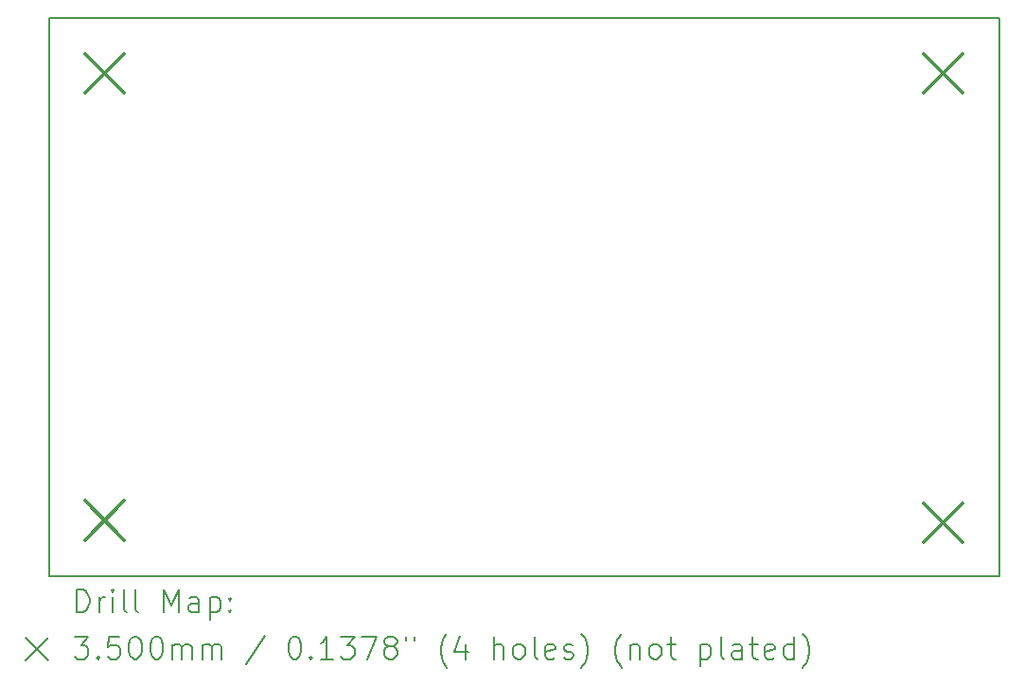
<source format=gbr>
%FSLAX45Y45*%
G04 Gerber Fmt 4.5, Leading zero omitted, Abs format (unit mm)*
G04 Created by KiCad (PCBNEW (6.0.1)) date 2022-03-07 20:23:28*
%MOMM*%
%LPD*%
G01*
G04 APERTURE LIST*
%TA.AperFunction,Profile*%
%ADD10C,0.200000*%
%TD*%
%ADD11C,0.200000*%
%ADD12C,0.350000*%
G04 APERTURE END LIST*
D10*
X8550000Y-7790000D02*
X17050000Y-7790000D01*
X17050000Y-7790000D02*
X17050000Y-12790000D01*
X17050000Y-12790000D02*
X8550000Y-12790000D01*
X8550000Y-12790000D02*
X8550000Y-7790000D01*
D11*
D12*
X8875000Y-8115000D02*
X9225000Y-8465000D01*
X9225000Y-8115000D02*
X8875000Y-8465000D01*
X8875000Y-12115000D02*
X9225000Y-12465000D01*
X9225000Y-12115000D02*
X8875000Y-12465000D01*
X16375000Y-8115000D02*
X16725000Y-8465000D01*
X16725000Y-8115000D02*
X16375000Y-8465000D01*
X16375000Y-12135000D02*
X16725000Y-12485000D01*
X16725000Y-12135000D02*
X16375000Y-12485000D01*
D11*
X8797619Y-13110476D02*
X8797619Y-12910476D01*
X8845238Y-12910476D01*
X8873810Y-12920000D01*
X8892857Y-12939048D01*
X8902381Y-12958095D01*
X8911905Y-12996190D01*
X8911905Y-13024762D01*
X8902381Y-13062857D01*
X8892857Y-13081905D01*
X8873810Y-13100952D01*
X8845238Y-13110476D01*
X8797619Y-13110476D01*
X8997619Y-13110476D02*
X8997619Y-12977143D01*
X8997619Y-13015238D02*
X9007143Y-12996190D01*
X9016667Y-12986667D01*
X9035714Y-12977143D01*
X9054762Y-12977143D01*
X9121429Y-13110476D02*
X9121429Y-12977143D01*
X9121429Y-12910476D02*
X9111905Y-12920000D01*
X9121429Y-12929524D01*
X9130952Y-12920000D01*
X9121429Y-12910476D01*
X9121429Y-12929524D01*
X9245238Y-13110476D02*
X9226190Y-13100952D01*
X9216667Y-13081905D01*
X9216667Y-12910476D01*
X9350000Y-13110476D02*
X9330952Y-13100952D01*
X9321429Y-13081905D01*
X9321429Y-12910476D01*
X9578571Y-13110476D02*
X9578571Y-12910476D01*
X9645238Y-13053333D01*
X9711905Y-12910476D01*
X9711905Y-13110476D01*
X9892857Y-13110476D02*
X9892857Y-13005714D01*
X9883333Y-12986667D01*
X9864286Y-12977143D01*
X9826190Y-12977143D01*
X9807143Y-12986667D01*
X9892857Y-13100952D02*
X9873810Y-13110476D01*
X9826190Y-13110476D01*
X9807143Y-13100952D01*
X9797619Y-13081905D01*
X9797619Y-13062857D01*
X9807143Y-13043809D01*
X9826190Y-13034286D01*
X9873810Y-13034286D01*
X9892857Y-13024762D01*
X9988095Y-12977143D02*
X9988095Y-13177143D01*
X9988095Y-12986667D02*
X10007143Y-12977143D01*
X10045238Y-12977143D01*
X10064286Y-12986667D01*
X10073810Y-12996190D01*
X10083333Y-13015238D01*
X10083333Y-13072381D01*
X10073810Y-13091428D01*
X10064286Y-13100952D01*
X10045238Y-13110476D01*
X10007143Y-13110476D01*
X9988095Y-13100952D01*
X10169048Y-13091428D02*
X10178571Y-13100952D01*
X10169048Y-13110476D01*
X10159524Y-13100952D01*
X10169048Y-13091428D01*
X10169048Y-13110476D01*
X10169048Y-12986667D02*
X10178571Y-12996190D01*
X10169048Y-13005714D01*
X10159524Y-12996190D01*
X10169048Y-12986667D01*
X10169048Y-13005714D01*
X8340000Y-13340000D02*
X8540000Y-13540000D01*
X8540000Y-13340000D02*
X8340000Y-13540000D01*
X8778571Y-13330476D02*
X8902381Y-13330476D01*
X8835714Y-13406667D01*
X8864286Y-13406667D01*
X8883333Y-13416190D01*
X8892857Y-13425714D01*
X8902381Y-13444762D01*
X8902381Y-13492381D01*
X8892857Y-13511428D01*
X8883333Y-13520952D01*
X8864286Y-13530476D01*
X8807143Y-13530476D01*
X8788095Y-13520952D01*
X8778571Y-13511428D01*
X8988095Y-13511428D02*
X8997619Y-13520952D01*
X8988095Y-13530476D01*
X8978571Y-13520952D01*
X8988095Y-13511428D01*
X8988095Y-13530476D01*
X9178571Y-13330476D02*
X9083333Y-13330476D01*
X9073810Y-13425714D01*
X9083333Y-13416190D01*
X9102381Y-13406667D01*
X9150000Y-13406667D01*
X9169048Y-13416190D01*
X9178571Y-13425714D01*
X9188095Y-13444762D01*
X9188095Y-13492381D01*
X9178571Y-13511428D01*
X9169048Y-13520952D01*
X9150000Y-13530476D01*
X9102381Y-13530476D01*
X9083333Y-13520952D01*
X9073810Y-13511428D01*
X9311905Y-13330476D02*
X9330952Y-13330476D01*
X9350000Y-13340000D01*
X9359524Y-13349524D01*
X9369048Y-13368571D01*
X9378571Y-13406667D01*
X9378571Y-13454286D01*
X9369048Y-13492381D01*
X9359524Y-13511428D01*
X9350000Y-13520952D01*
X9330952Y-13530476D01*
X9311905Y-13530476D01*
X9292857Y-13520952D01*
X9283333Y-13511428D01*
X9273810Y-13492381D01*
X9264286Y-13454286D01*
X9264286Y-13406667D01*
X9273810Y-13368571D01*
X9283333Y-13349524D01*
X9292857Y-13340000D01*
X9311905Y-13330476D01*
X9502381Y-13330476D02*
X9521429Y-13330476D01*
X9540476Y-13340000D01*
X9550000Y-13349524D01*
X9559524Y-13368571D01*
X9569048Y-13406667D01*
X9569048Y-13454286D01*
X9559524Y-13492381D01*
X9550000Y-13511428D01*
X9540476Y-13520952D01*
X9521429Y-13530476D01*
X9502381Y-13530476D01*
X9483333Y-13520952D01*
X9473810Y-13511428D01*
X9464286Y-13492381D01*
X9454762Y-13454286D01*
X9454762Y-13406667D01*
X9464286Y-13368571D01*
X9473810Y-13349524D01*
X9483333Y-13340000D01*
X9502381Y-13330476D01*
X9654762Y-13530476D02*
X9654762Y-13397143D01*
X9654762Y-13416190D02*
X9664286Y-13406667D01*
X9683333Y-13397143D01*
X9711905Y-13397143D01*
X9730952Y-13406667D01*
X9740476Y-13425714D01*
X9740476Y-13530476D01*
X9740476Y-13425714D02*
X9750000Y-13406667D01*
X9769048Y-13397143D01*
X9797619Y-13397143D01*
X9816667Y-13406667D01*
X9826190Y-13425714D01*
X9826190Y-13530476D01*
X9921429Y-13530476D02*
X9921429Y-13397143D01*
X9921429Y-13416190D02*
X9930952Y-13406667D01*
X9950000Y-13397143D01*
X9978571Y-13397143D01*
X9997619Y-13406667D01*
X10007143Y-13425714D01*
X10007143Y-13530476D01*
X10007143Y-13425714D02*
X10016667Y-13406667D01*
X10035714Y-13397143D01*
X10064286Y-13397143D01*
X10083333Y-13406667D01*
X10092857Y-13425714D01*
X10092857Y-13530476D01*
X10483333Y-13320952D02*
X10311905Y-13578095D01*
X10740476Y-13330476D02*
X10759524Y-13330476D01*
X10778571Y-13340000D01*
X10788095Y-13349524D01*
X10797619Y-13368571D01*
X10807143Y-13406667D01*
X10807143Y-13454286D01*
X10797619Y-13492381D01*
X10788095Y-13511428D01*
X10778571Y-13520952D01*
X10759524Y-13530476D01*
X10740476Y-13530476D01*
X10721429Y-13520952D01*
X10711905Y-13511428D01*
X10702381Y-13492381D01*
X10692857Y-13454286D01*
X10692857Y-13406667D01*
X10702381Y-13368571D01*
X10711905Y-13349524D01*
X10721429Y-13340000D01*
X10740476Y-13330476D01*
X10892857Y-13511428D02*
X10902381Y-13520952D01*
X10892857Y-13530476D01*
X10883333Y-13520952D01*
X10892857Y-13511428D01*
X10892857Y-13530476D01*
X11092857Y-13530476D02*
X10978571Y-13530476D01*
X11035714Y-13530476D02*
X11035714Y-13330476D01*
X11016667Y-13359048D01*
X10997619Y-13378095D01*
X10978571Y-13387619D01*
X11159524Y-13330476D02*
X11283333Y-13330476D01*
X11216667Y-13406667D01*
X11245238Y-13406667D01*
X11264286Y-13416190D01*
X11273809Y-13425714D01*
X11283333Y-13444762D01*
X11283333Y-13492381D01*
X11273809Y-13511428D01*
X11264286Y-13520952D01*
X11245238Y-13530476D01*
X11188095Y-13530476D01*
X11169048Y-13520952D01*
X11159524Y-13511428D01*
X11350000Y-13330476D02*
X11483333Y-13330476D01*
X11397619Y-13530476D01*
X11588095Y-13416190D02*
X11569048Y-13406667D01*
X11559524Y-13397143D01*
X11550000Y-13378095D01*
X11550000Y-13368571D01*
X11559524Y-13349524D01*
X11569048Y-13340000D01*
X11588095Y-13330476D01*
X11626190Y-13330476D01*
X11645238Y-13340000D01*
X11654762Y-13349524D01*
X11664286Y-13368571D01*
X11664286Y-13378095D01*
X11654762Y-13397143D01*
X11645238Y-13406667D01*
X11626190Y-13416190D01*
X11588095Y-13416190D01*
X11569048Y-13425714D01*
X11559524Y-13435238D01*
X11550000Y-13454286D01*
X11550000Y-13492381D01*
X11559524Y-13511428D01*
X11569048Y-13520952D01*
X11588095Y-13530476D01*
X11626190Y-13530476D01*
X11645238Y-13520952D01*
X11654762Y-13511428D01*
X11664286Y-13492381D01*
X11664286Y-13454286D01*
X11654762Y-13435238D01*
X11645238Y-13425714D01*
X11626190Y-13416190D01*
X11740476Y-13330476D02*
X11740476Y-13368571D01*
X11816667Y-13330476D02*
X11816667Y-13368571D01*
X12111905Y-13606667D02*
X12102381Y-13597143D01*
X12083333Y-13568571D01*
X12073809Y-13549524D01*
X12064286Y-13520952D01*
X12054762Y-13473333D01*
X12054762Y-13435238D01*
X12064286Y-13387619D01*
X12073809Y-13359048D01*
X12083333Y-13340000D01*
X12102381Y-13311428D01*
X12111905Y-13301905D01*
X12273809Y-13397143D02*
X12273809Y-13530476D01*
X12226190Y-13320952D02*
X12178571Y-13463809D01*
X12302381Y-13463809D01*
X12530952Y-13530476D02*
X12530952Y-13330476D01*
X12616667Y-13530476D02*
X12616667Y-13425714D01*
X12607143Y-13406667D01*
X12588095Y-13397143D01*
X12559524Y-13397143D01*
X12540476Y-13406667D01*
X12530952Y-13416190D01*
X12740476Y-13530476D02*
X12721428Y-13520952D01*
X12711905Y-13511428D01*
X12702381Y-13492381D01*
X12702381Y-13435238D01*
X12711905Y-13416190D01*
X12721428Y-13406667D01*
X12740476Y-13397143D01*
X12769048Y-13397143D01*
X12788095Y-13406667D01*
X12797619Y-13416190D01*
X12807143Y-13435238D01*
X12807143Y-13492381D01*
X12797619Y-13511428D01*
X12788095Y-13520952D01*
X12769048Y-13530476D01*
X12740476Y-13530476D01*
X12921428Y-13530476D02*
X12902381Y-13520952D01*
X12892857Y-13501905D01*
X12892857Y-13330476D01*
X13073809Y-13520952D02*
X13054762Y-13530476D01*
X13016667Y-13530476D01*
X12997619Y-13520952D01*
X12988095Y-13501905D01*
X12988095Y-13425714D01*
X12997619Y-13406667D01*
X13016667Y-13397143D01*
X13054762Y-13397143D01*
X13073809Y-13406667D01*
X13083333Y-13425714D01*
X13083333Y-13444762D01*
X12988095Y-13463809D01*
X13159524Y-13520952D02*
X13178571Y-13530476D01*
X13216667Y-13530476D01*
X13235714Y-13520952D01*
X13245238Y-13501905D01*
X13245238Y-13492381D01*
X13235714Y-13473333D01*
X13216667Y-13463809D01*
X13188095Y-13463809D01*
X13169048Y-13454286D01*
X13159524Y-13435238D01*
X13159524Y-13425714D01*
X13169048Y-13406667D01*
X13188095Y-13397143D01*
X13216667Y-13397143D01*
X13235714Y-13406667D01*
X13311905Y-13606667D02*
X13321428Y-13597143D01*
X13340476Y-13568571D01*
X13350000Y-13549524D01*
X13359524Y-13520952D01*
X13369048Y-13473333D01*
X13369048Y-13435238D01*
X13359524Y-13387619D01*
X13350000Y-13359048D01*
X13340476Y-13340000D01*
X13321428Y-13311428D01*
X13311905Y-13301905D01*
X13673809Y-13606667D02*
X13664286Y-13597143D01*
X13645238Y-13568571D01*
X13635714Y-13549524D01*
X13626190Y-13520952D01*
X13616667Y-13473333D01*
X13616667Y-13435238D01*
X13626190Y-13387619D01*
X13635714Y-13359048D01*
X13645238Y-13340000D01*
X13664286Y-13311428D01*
X13673809Y-13301905D01*
X13750000Y-13397143D02*
X13750000Y-13530476D01*
X13750000Y-13416190D02*
X13759524Y-13406667D01*
X13778571Y-13397143D01*
X13807143Y-13397143D01*
X13826190Y-13406667D01*
X13835714Y-13425714D01*
X13835714Y-13530476D01*
X13959524Y-13530476D02*
X13940476Y-13520952D01*
X13930952Y-13511428D01*
X13921428Y-13492381D01*
X13921428Y-13435238D01*
X13930952Y-13416190D01*
X13940476Y-13406667D01*
X13959524Y-13397143D01*
X13988095Y-13397143D01*
X14007143Y-13406667D01*
X14016667Y-13416190D01*
X14026190Y-13435238D01*
X14026190Y-13492381D01*
X14016667Y-13511428D01*
X14007143Y-13520952D01*
X13988095Y-13530476D01*
X13959524Y-13530476D01*
X14083333Y-13397143D02*
X14159524Y-13397143D01*
X14111905Y-13330476D02*
X14111905Y-13501905D01*
X14121428Y-13520952D01*
X14140476Y-13530476D01*
X14159524Y-13530476D01*
X14378571Y-13397143D02*
X14378571Y-13597143D01*
X14378571Y-13406667D02*
X14397619Y-13397143D01*
X14435714Y-13397143D01*
X14454762Y-13406667D01*
X14464286Y-13416190D01*
X14473809Y-13435238D01*
X14473809Y-13492381D01*
X14464286Y-13511428D01*
X14454762Y-13520952D01*
X14435714Y-13530476D01*
X14397619Y-13530476D01*
X14378571Y-13520952D01*
X14588095Y-13530476D02*
X14569048Y-13520952D01*
X14559524Y-13501905D01*
X14559524Y-13330476D01*
X14750000Y-13530476D02*
X14750000Y-13425714D01*
X14740476Y-13406667D01*
X14721428Y-13397143D01*
X14683333Y-13397143D01*
X14664286Y-13406667D01*
X14750000Y-13520952D02*
X14730952Y-13530476D01*
X14683333Y-13530476D01*
X14664286Y-13520952D01*
X14654762Y-13501905D01*
X14654762Y-13482857D01*
X14664286Y-13463809D01*
X14683333Y-13454286D01*
X14730952Y-13454286D01*
X14750000Y-13444762D01*
X14816667Y-13397143D02*
X14892857Y-13397143D01*
X14845238Y-13330476D02*
X14845238Y-13501905D01*
X14854762Y-13520952D01*
X14873809Y-13530476D01*
X14892857Y-13530476D01*
X15035714Y-13520952D02*
X15016667Y-13530476D01*
X14978571Y-13530476D01*
X14959524Y-13520952D01*
X14950000Y-13501905D01*
X14950000Y-13425714D01*
X14959524Y-13406667D01*
X14978571Y-13397143D01*
X15016667Y-13397143D01*
X15035714Y-13406667D01*
X15045238Y-13425714D01*
X15045238Y-13444762D01*
X14950000Y-13463809D01*
X15216667Y-13530476D02*
X15216667Y-13330476D01*
X15216667Y-13520952D02*
X15197619Y-13530476D01*
X15159524Y-13530476D01*
X15140476Y-13520952D01*
X15130952Y-13511428D01*
X15121428Y-13492381D01*
X15121428Y-13435238D01*
X15130952Y-13416190D01*
X15140476Y-13406667D01*
X15159524Y-13397143D01*
X15197619Y-13397143D01*
X15216667Y-13406667D01*
X15292857Y-13606667D02*
X15302381Y-13597143D01*
X15321428Y-13568571D01*
X15330952Y-13549524D01*
X15340476Y-13520952D01*
X15350000Y-13473333D01*
X15350000Y-13435238D01*
X15340476Y-13387619D01*
X15330952Y-13359048D01*
X15321428Y-13340000D01*
X15302381Y-13311428D01*
X15292857Y-13301905D01*
M02*

</source>
